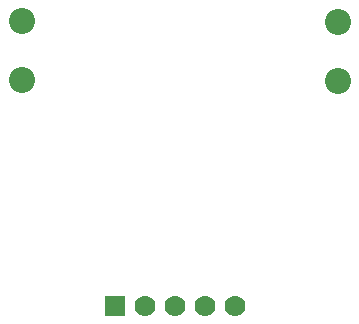
<source format=gbs>
G04 ---------------------------- Layer name :BOTTOM SOLDER LAYER*
G04 EasyEDA v5.6.10, Sun, 08 Jul 2018 18:09:17 GMT*
G04 afe9f61c7a5b4e3abdc74997a70e8aea*
G04 Gerber Generator version 0.2*
G04 Scale: 100 percent, Rotated: No, Reflected: No *
G04 Dimensions in inches *
G04 leading zeros omitted , absolute positions ,2 integer and 4 decimal *
%FSLAX24Y24*%
%MOIN*%
G90*
G70D02*

%ADD34C,0.086740*%
%ADD35C,0.070000*%
%ADD36R,0.070000X0.070000*%

%LPD*%
G54D34*
G01X1730Y10250D03*
G01X1730Y8278D03*
G01X12268Y8250D03*
G01X12268Y10222D03*
G54D35*
G01X8850Y750D03*
G01X7850Y750D03*
G01X6850Y750D03*
G01X5850Y750D03*
G54D36*
G01X4850Y750D03*
M00*
M02*

</source>
